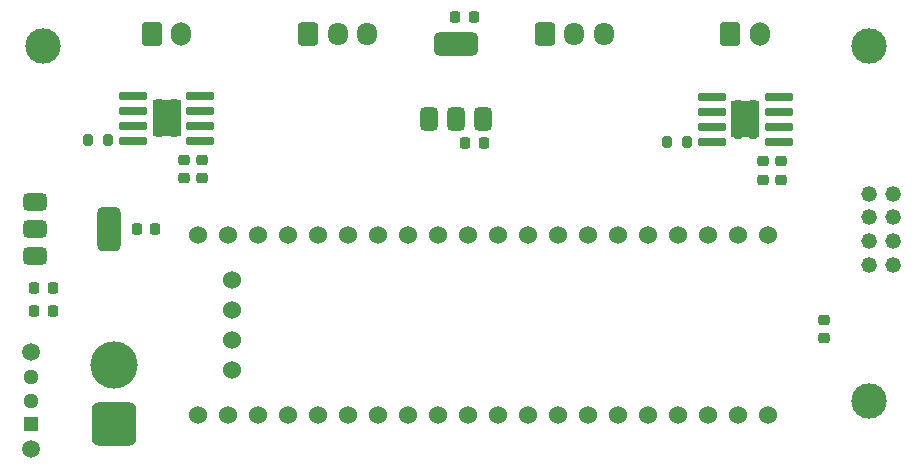
<source format=gts>
G04 #@! TF.GenerationSoftware,KiCad,Pcbnew,9.0.2+dfsg-1*
G04 #@! TF.CreationDate,2025-08-18T11:49:20-04:00*
G04 #@! TF.ProjectId,Basic_Controller,42617369-635f-4436-9f6e-74726f6c6c65,rev?*
G04 #@! TF.SameCoordinates,Original*
G04 #@! TF.FileFunction,Soldermask,Top*
G04 #@! TF.FilePolarity,Negative*
%FSLAX46Y46*%
G04 Gerber Fmt 4.6, Leading zero omitted, Abs format (unit mm)*
G04 Created by KiCad (PCBNEW 9.0.2+dfsg-1) date 2025-08-18 11:49:20*
%MOMM*%
%LPD*%
G01*
G04 APERTURE LIST*
G04 Aperture macros list*
%AMRoundRect*
0 Rectangle with rounded corners*
0 $1 Rounding radius*
0 $2 $3 $4 $5 $6 $7 $8 $9 X,Y pos of 4 corners*
0 Add a 4 corners polygon primitive as box body*
4,1,4,$2,$3,$4,$5,$6,$7,$8,$9,$2,$3,0*
0 Add four circle primitives for the rounded corners*
1,1,$1+$1,$2,$3*
1,1,$1+$1,$4,$5*
1,1,$1+$1,$6,$7*
1,1,$1+$1,$8,$9*
0 Add four rect primitives between the rounded corners*
20,1,$1+$1,$2,$3,$4,$5,0*
20,1,$1+$1,$4,$5,$6,$7,0*
20,1,$1+$1,$6,$7,$8,$9,0*
20,1,$1+$1,$8,$9,$2,$3,0*%
G04 Aperture macros list end*
%ADD10C,3.000000*%
%ADD11RoundRect,0.218750X0.218750X0.256250X-0.218750X0.256250X-0.218750X-0.256250X0.218750X-0.256250X0*%
%ADD12RoundRect,0.250000X-0.600000X-0.725000X0.600000X-0.725000X0.600000X0.725000X-0.600000X0.725000X0*%
%ADD13O,1.700000X1.950000*%
%ADD14R,2.400000X3.100000*%
%ADD15RoundRect,0.070000X-1.100000X-0.250000X1.100000X-0.250000X1.100000X0.250000X-1.100000X0.250000X0*%
%ADD16C,0.770000*%
%ADD17C,1.524000*%
%ADD18RoundRect,0.225000X0.250000X-0.225000X0.250000X0.225000X-0.250000X0.225000X-0.250000X-0.225000X0*%
%ADD19RoundRect,0.225000X-0.225000X-0.250000X0.225000X-0.250000X0.225000X0.250000X-0.225000X0.250000X0*%
%ADD20RoundRect,0.250000X-0.600000X-0.750000X0.600000X-0.750000X0.600000X0.750000X-0.600000X0.750000X0*%
%ADD21O,1.700000X2.000000*%
%ADD22C,1.320800*%
%ADD23RoundRect,0.200000X-0.200000X-0.275000X0.200000X-0.275000X0.200000X0.275000X-0.200000X0.275000X0*%
%ADD24RoundRect,0.760000X1.140000X-1.140000X1.140000X1.140000X-1.140000X1.140000X-1.140000X-1.140000X0*%
%ADD25C,4.000000*%
%ADD26RoundRect,0.375000X-0.625000X-0.375000X0.625000X-0.375000X0.625000X0.375000X-0.625000X0.375000X0*%
%ADD27RoundRect,0.500000X-0.500000X-1.400000X0.500000X-1.400000X0.500000X1.400000X-0.500000X1.400000X0*%
%ADD28RoundRect,0.225000X0.225000X0.250000X-0.225000X0.250000X-0.225000X-0.250000X0.225000X-0.250000X0*%
%ADD29RoundRect,0.375000X0.375000X-0.625000X0.375000X0.625000X-0.375000X0.625000X-0.375000X-0.625000X0*%
%ADD30RoundRect,0.500000X1.400000X-0.500000X1.400000X0.500000X-1.400000X0.500000X-1.400000X-0.500000X0*%
%ADD31R,1.295400X1.295400*%
%ADD32C,1.295400*%
%ADD33C,1.498600*%
G04 APERTURE END LIST*
D10*
X195500000Y-86000000D03*
D11*
X126347976Y-108449805D03*
X124772976Y-108449805D03*
D12*
X168000000Y-84975000D03*
D13*
X170500000Y-84975000D03*
X173000000Y-84975000D03*
D14*
X135987872Y-92077705D03*
D15*
X133112872Y-90172705D03*
X133112872Y-91442705D03*
X133112872Y-92712705D03*
X133112872Y-93982705D03*
X138862872Y-93982705D03*
X138862872Y-92712705D03*
X138862872Y-91442705D03*
X138862872Y-90172705D03*
D16*
X135337872Y-90777705D03*
X135337872Y-92077705D03*
X135337872Y-93377705D03*
X136637872Y-90777705D03*
X136637872Y-92077705D03*
X136637872Y-93377705D03*
D10*
X125500000Y-86000000D03*
D17*
X138660000Y-117240000D03*
X141200000Y-117240000D03*
X143740000Y-117240000D03*
X146280000Y-117240000D03*
X179300000Y-117240000D03*
X148820000Y-117240000D03*
X151360000Y-117240000D03*
X153900000Y-117240000D03*
X156440000Y-117240000D03*
X158980000Y-117240000D03*
X161520000Y-117240000D03*
X164060000Y-117240000D03*
X166600000Y-117240000D03*
X169140000Y-117240000D03*
X171680000Y-117240000D03*
X174220000Y-117240000D03*
X176760000Y-117240000D03*
X186920000Y-102000000D03*
X184380000Y-102000000D03*
X181840000Y-102000000D03*
X179300000Y-102000000D03*
X176760000Y-102000000D03*
X174220000Y-102000000D03*
X171680000Y-102000000D03*
X169140000Y-102000000D03*
X166600000Y-102000000D03*
X141500000Y-108350000D03*
X141500000Y-110890000D03*
X164060000Y-102000000D03*
X161520000Y-102000000D03*
X158980000Y-102000000D03*
X156440000Y-102000000D03*
X153900000Y-102000000D03*
X151360000Y-102000000D03*
X148820000Y-102000000D03*
X146280000Y-102000000D03*
X181840000Y-117240000D03*
X184380000Y-117240000D03*
X186920000Y-117240000D03*
X138660000Y-102000000D03*
X141200000Y-102000000D03*
X143740000Y-102000000D03*
X141500000Y-113430000D03*
X141500000Y-105810000D03*
D18*
X188025539Y-97286376D03*
X188025539Y-95736376D03*
X137501284Y-97174210D03*
X137501284Y-95624210D03*
X191651253Y-110736555D03*
X191651253Y-109186555D03*
D10*
X195500000Y-116000000D03*
D19*
X160450000Y-83500000D03*
X162000000Y-83500000D03*
D20*
X183729110Y-85000000D03*
D21*
X186229110Y-85000000D03*
D18*
X186500000Y-97285828D03*
X186500000Y-95735828D03*
D22*
X195500000Y-104500000D03*
X197500001Y-104500000D03*
X195500000Y-102500001D03*
X197500001Y-102500001D03*
X195500000Y-100500000D03*
X197500001Y-100500000D03*
X195500000Y-98500002D03*
X197500001Y-98500002D03*
D19*
X124787500Y-106474107D03*
X126337500Y-106474107D03*
D12*
X148000000Y-84975000D03*
D13*
X150500000Y-84975000D03*
X153000000Y-84975000D03*
D23*
X178373274Y-94096959D03*
X180023274Y-94096959D03*
D24*
X131500000Y-118000000D03*
D25*
X131500000Y-113000000D03*
D18*
X139026823Y-97174210D03*
X139026823Y-95624210D03*
D19*
X133500000Y-101500000D03*
X135050000Y-101500000D03*
D26*
X124850000Y-99200000D03*
X124850000Y-101500000D03*
D27*
X131150000Y-101500000D03*
D26*
X124850000Y-103800000D03*
D14*
X185007678Y-92189585D03*
D15*
X182132678Y-90284585D03*
X182132678Y-91554585D03*
X182132678Y-92824585D03*
X182132678Y-94094585D03*
X187882678Y-94094585D03*
X187882678Y-92824585D03*
X187882678Y-91554585D03*
X187882678Y-90284585D03*
D16*
X184357678Y-90889585D03*
X184357678Y-92189585D03*
X184357678Y-93489585D03*
X185657678Y-90889585D03*
X185657678Y-92189585D03*
X185657678Y-93489585D03*
D28*
X162837424Y-94201837D03*
X161287424Y-94201837D03*
D20*
X134750000Y-85000000D03*
D21*
X137250000Y-85000000D03*
D29*
X158200000Y-92150000D03*
X160500000Y-92150000D03*
D30*
X160500000Y-85850000D03*
D29*
X162800000Y-92150000D03*
D31*
X124500000Y-118000000D03*
D32*
X124500000Y-116000000D03*
X124500000Y-113999999D03*
D33*
X124500000Y-120100001D03*
X124500000Y-111900000D03*
D23*
X129349716Y-93980982D03*
X130999716Y-93980982D03*
M02*

</source>
